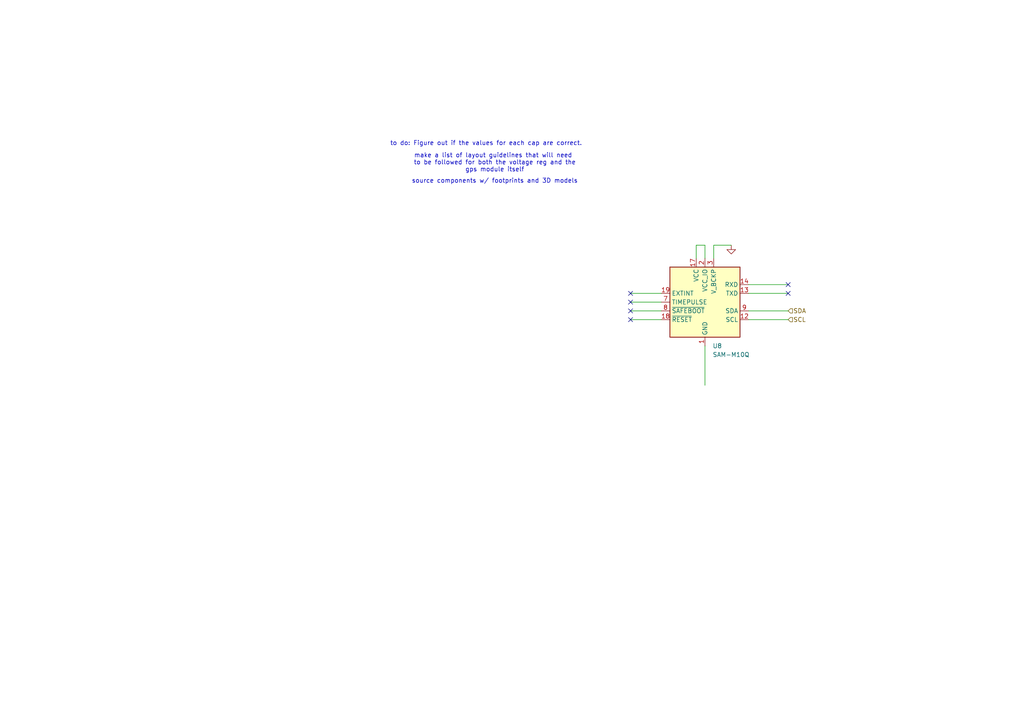
<source format=kicad_sch>
(kicad_sch (version 20250114) (generator "eeschema") (generator_version "9.0")
  (paper "A4")
  (lib_symbols
    (symbol "RF_GPS:SAM-M8Q"
      (property "Reference" "U" (at -8.89 11.43 0))
      (property "Value" "SAM-M8Q" (at 8.89 11.43 0))
      (symbol "SAM-M8Q_0_1"
        (rectangle (start -10.16 10.16) (end 10.16 -10.16) (stroke (width 0.254)) (fill (type background)))
      )
      (symbol "SAM-M8Q_1_1"
        (pin input line (at -12.7 2.54 0) (length 2.54) (name "EXTINT") (number "19"))
        (pin output line (at -12.7 0 0) (length 2.54) (name "TIMEPULSE") (number "7"))
        (pin input line (at -12.7 -2.54 0) (length 2.54) (name "~{SAFEBOOT}") (number "8"))
        (pin input line (at -12.7 -5.08 0) (length 2.54) (name "~{RESET}") (number "18"))
        (pin power_in line (at -2.54 12.7 270) (length 2.54) (name "VCC") (number "17"))
        (pin power_in line (at 0 12.7 270) (length 2.54) (name "VCC_IO") (number "2"))
        (pin power_in line (at 0 -12.7 90) (length 2.54) (name "GND") (number "1"))
        (pin passive line (at 0 -12.7 90) (length 2.54) (hide yes) (name "GND") (number "10"))
        (pin passive line (at 0 -12.7 90) (length 2.54) (hide yes) (name "GND") (number "11"))
        (pin passive line (at 0 -12.7 90) (length 2.54) (hide yes) (name "GND") (number "15"))
        (pin passive line (at 0 -12.7 90) (length 2.54) (hide yes) (name "GND") (number "16"))
        (pin passive line (at 0 -12.7 90) (length 2.54) (hide yes) (name "GND") (number "20"))
        (pin passive line (at 0 -12.7 90) (length 2.54) (hide yes) (name "GND") (number "4"))
        (pin passive line (at 0 -12.7 90) (length 2.54) (hide yes) (name "GND") (number "5"))
        (pin passive line (at 0 -12.7 90) (length 2.54) (hide yes) (name "GND") (number "6"))
        (pin power_in line (at 2.54 12.7 270) (length 2.54) (name "V_BCKP") (number "3"))
        (pin input line (at 12.7 5.08 180) (length 2.54) (name "RXD") (number "14"))
        (pin output line (at 12.7 2.54 180) (length 2.54) (name "TXD") (number "13"))
        (pin bidirectional line (at 12.7 -2.54 180) (length 2.54) (name "SDA") (number "9"))
        (pin input line (at 12.7 -5.08 180) (length 2.54) (name "SCL") (number "12"))
      )
    )
    (symbol "power:GND" (power) (pin_numbers (hide yes)) (pin_names (offset 0) (hide yes))
      (property "Value" "GND" (at 0 -3.81 0))
      (symbol "GND_0_1"
        (polyline (pts (xy 0 0) (xy 0 -1.27) (xy 1.27 -1.27) (xy 0 -2.54) (xy -1.27 -1.27) (xy 0 -1.27)))
      )
      (symbol "GND_1_1"
        (pin power_in line (at 0 0 270) (length 0) (name "~") (number "1"))
      )
    )
  )
  (text "source components w/ footprints and 3D models" (at 143.51 52.578 0) (effects (font (size 1.27 1.27))))
  (text "make a list of layout guidelines that will need \nto be followed for both the voltage reg and the\ngps module itself\n" (at 143.51 47.244 0) (effects (font (size 1.27 1.27))))
  (text "to do: Figure out if the values for each cap are correct. " (at 141.478 41.656 0) (effects (font (size 1.27 1.27))))
  (no_connect (at 182.88 85.09))
  (no_connect (at 228.6 82.55))
  (no_connect (at 182.88 87.63))
  (no_connect (at 228.6 85.09))
  (no_connect (at 182.88 92.71))
  (no_connect (at 182.88 90.17))
  (wire (pts (xy 207.01 71.12) (xy 207.01 74.93)))
  (wire (pts (xy 201.93 71.12) (xy 204.47 71.12)))
  (wire (pts (xy 217.17 90.17) (xy 228.6 90.17)))
  (wire (pts (xy 182.88 90.17) (xy 191.77 90.17)))
  (wire (pts (xy 201.93 71.12) (xy 201.93 74.93)))
  (wire (pts (xy 207.01 71.12) (xy 212.09 71.12)))
  (wire (pts (xy 217.17 92.71) (xy 228.6 92.71)))
  (wire (pts (xy 182.88 87.63) (xy 191.77 87.63)))
  (wire (pts (xy 182.88 92.71) (xy 191.77 92.71)))
  (wire (pts (xy 182.88 85.09) (xy 191.77 85.09)))
  (wire (pts (xy 217.17 82.55) (xy 228.6 82.55)))
  (wire (pts (xy 217.17 85.09) (xy 228.6 85.09)))
  (wire (pts (xy 204.47 100.33) (xy 204.47 111.76)))
  (wire (pts (xy 204.47 71.12) (xy 204.47 74.93)))
  (hierarchical_label "SDA" (shape input) (at 228.6 90.17 0))
  (hierarchical_label "SCL" (shape input) (at 228.6 92.71 0))
  (symbol (lib_id "RF_GPS:SAM-M8Q") (at 204.47 87.63 0) (unit 1)
    (property "Reference" "U8" (at 206.6641 100.33 0) (effects (justify left)))
    (property "Value" "SAM-M10Q" (at 206.6641 102.87 0) (effects (justify left)))
    (property "Footprint" "RF_GPS:ublox_SAM-M8Q" (effects (hide yes)))
    (property "Datasheet" "https://www.u-blox.com/sites/default/files/SAM-M8Q_DataSheet_%28UBX-16012619%29.pdf" (effects (hide yes)))
    (property "Description" "GPS ublox M8 variant" (effects (hide yes)))
  )
  (symbol (lib_id "power:GND") (at 212.09 71.12 0) (unit 1)
    (property "Reference" "#PWR014" (effects (hide yes)))
    (property "Value" "GND" (effects (hide yes)))
    (property "Description" "Power symbol creates a global label with name \"GND\" , ground" (effects (hide yes)))
  )
)
</source>
